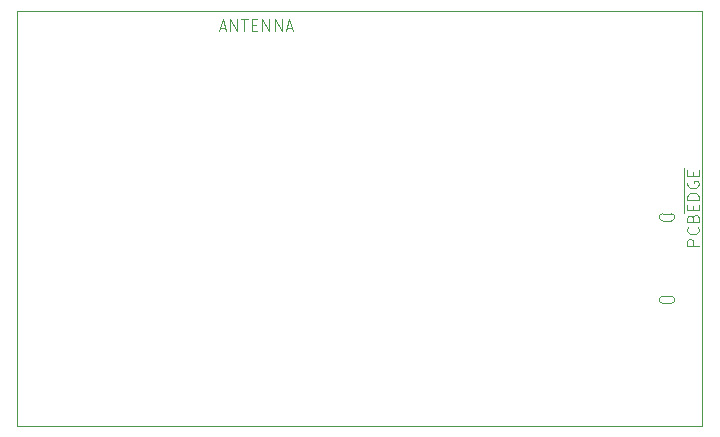
<source format=gm1>
G04 #@! TF.GenerationSoftware,KiCad,Pcbnew,(5.1.9)-1*
G04 #@! TF.CreationDate,2021-04-15T13:25:18+02:00*
G04 #@! TF.ProjectId,microfoon,6d696372-6f66-46f6-9f6e-2e6b69636164,rev?*
G04 #@! TF.SameCoordinates,Original*
G04 #@! TF.FileFunction,Profile,NP*
%FSLAX46Y46*%
G04 Gerber Fmt 4.6, Leading zero omitted, Abs format (unit mm)*
G04 Created by KiCad (PCBNEW (5.1.9)-1) date 2021-04-15 13:25:18*
%MOMM*%
%LPD*%
G01*
G04 APERTURE LIST*
G04 #@! TA.AperFunction,Profile*
%ADD10C,0.050000*%
G04 #@! TD*
G04 #@! TA.AperFunction,Profile*
%ADD11C,0.100000*%
G04 #@! TD*
%ADD12C,0.050000*%
G04 APERTURE END LIST*
D10*
X142700000Y-75000000D02*
X142700000Y-74000000D01*
X142600000Y-75000000D02*
X142700000Y-75000000D01*
X84700000Y-75000000D02*
X142600000Y-75000000D01*
X84700000Y-39800000D02*
X84700000Y-75000000D01*
X142700000Y-39800000D02*
X84700000Y-39800000D01*
X142700000Y-74000000D02*
X142700000Y-39800000D01*
D11*
X139350000Y-64000000D02*
X140050000Y-64000000D01*
X140050000Y-64600000D02*
X139350000Y-64600000D01*
X139350000Y-57000000D02*
X140050000Y-57000000D01*
X140050000Y-57600000D02*
X139350000Y-57600000D01*
X140050000Y-57000000D02*
G75*
G02*
X140050000Y-57600000I0J-300000D01*
G01*
X139350000Y-57600000D02*
G75*
G02*
X139350000Y-57000000I0J300000D01*
G01*
X140050000Y-64000000D02*
G75*
G02*
X140050000Y-64600000I0J-300000D01*
G01*
X139350000Y-64600000D02*
G75*
G02*
X139350000Y-64000000I0J300000D01*
G01*
D12*
X142404210Y-59713206D02*
X141404210Y-59713206D01*
X141404210Y-59332254D01*
X141451830Y-59237016D01*
X141499449Y-59189397D01*
X141594687Y-59141778D01*
X141737544Y-59141778D01*
X141832782Y-59189397D01*
X141880401Y-59237016D01*
X141928020Y-59332254D01*
X141928020Y-59713206D01*
X142308972Y-58141778D02*
X142356591Y-58189397D01*
X142404210Y-58332254D01*
X142404210Y-58427492D01*
X142356591Y-58570349D01*
X142261353Y-58665587D01*
X142166115Y-58713206D01*
X141975639Y-58760825D01*
X141832782Y-58760825D01*
X141642306Y-58713206D01*
X141547068Y-58665587D01*
X141451830Y-58570349D01*
X141404210Y-58427492D01*
X141404210Y-58332254D01*
X141451830Y-58189397D01*
X141499449Y-58141778D01*
X141880401Y-57379873D02*
X141928020Y-57237016D01*
X141975639Y-57189397D01*
X142070877Y-57141778D01*
X142213734Y-57141778D01*
X142308972Y-57189397D01*
X142356591Y-57237016D01*
X142404210Y-57332254D01*
X142404210Y-57713206D01*
X141404210Y-57713206D01*
X141404210Y-57379873D01*
X141451830Y-57284635D01*
X141499449Y-57237016D01*
X141594687Y-57189397D01*
X141689925Y-57189397D01*
X141785163Y-57237016D01*
X141832782Y-57284635D01*
X141880401Y-57379873D01*
X141880401Y-57713206D01*
X141166830Y-56951301D02*
X141166830Y-56046540D01*
X141880401Y-56713206D02*
X141880401Y-56379873D01*
X142404210Y-56237016D02*
X142404210Y-56713206D01*
X141404210Y-56713206D01*
X141404210Y-56237016D01*
X141166830Y-56046540D02*
X141166830Y-55046540D01*
X142404210Y-55808444D02*
X141404210Y-55808444D01*
X141404210Y-55570349D01*
X141451830Y-55427492D01*
X141547068Y-55332254D01*
X141642306Y-55284635D01*
X141832782Y-55237016D01*
X141975639Y-55237016D01*
X142166115Y-55284635D01*
X142261353Y-55332254D01*
X142356591Y-55427492D01*
X142404210Y-55570349D01*
X142404210Y-55808444D01*
X141166830Y-55046540D02*
X141166830Y-54046540D01*
X141451830Y-54284635D02*
X141404210Y-54379873D01*
X141404210Y-54522730D01*
X141451830Y-54665587D01*
X141547068Y-54760825D01*
X141642306Y-54808444D01*
X141832782Y-54856063D01*
X141975639Y-54856063D01*
X142166115Y-54808444D01*
X142261353Y-54760825D01*
X142356591Y-54665587D01*
X142404210Y-54522730D01*
X142404210Y-54427492D01*
X142356591Y-54284635D01*
X142308972Y-54237016D01*
X141975639Y-54237016D01*
X141975639Y-54427492D01*
X141166830Y-54046540D02*
X141166830Y-53141778D01*
X141880401Y-53808444D02*
X141880401Y-53475111D01*
X142404210Y-53332254D02*
X142404210Y-53808444D01*
X141404210Y-53808444D01*
X141404210Y-53332254D01*
X101828571Y-41266666D02*
X102304761Y-41266666D01*
X101733333Y-41552380D02*
X102066666Y-40552380D01*
X102400000Y-41552380D01*
X102733333Y-41552380D02*
X102733333Y-40552380D01*
X103304761Y-41552380D01*
X103304761Y-40552380D01*
X103638095Y-40552380D02*
X104209523Y-40552380D01*
X103923809Y-41552380D02*
X103923809Y-40552380D01*
X104542857Y-41028571D02*
X104876190Y-41028571D01*
X105019047Y-41552380D02*
X104542857Y-41552380D01*
X104542857Y-40552380D01*
X105019047Y-40552380D01*
X105447619Y-41552380D02*
X105447619Y-40552380D01*
X106019047Y-41552380D01*
X106019047Y-40552380D01*
X106495238Y-41552380D02*
X106495238Y-40552380D01*
X107066666Y-41552380D01*
X107066666Y-40552380D01*
X107495238Y-41266666D02*
X107971428Y-41266666D01*
X107400000Y-41552380D02*
X107733333Y-40552380D01*
X108066666Y-41552380D01*
M02*

</source>
